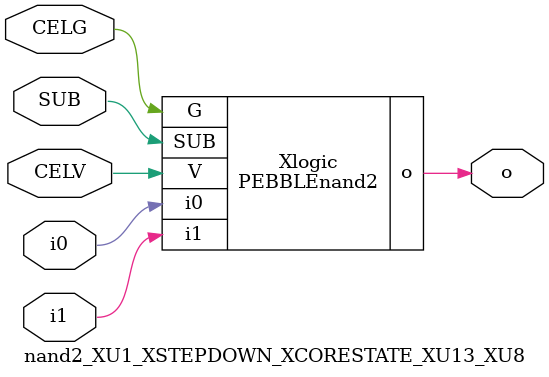
<source format=v>



module PEBBLEnand2 ( o, G, SUB, V, i0, i1 );

  input i0;
  input V;
  input i1;
  input G;
  output o;
  input SUB;
endmodule

//Celera Confidential Do Not Copy nand2_XU1_XSTEPDOWN_XCORESTATE_XU13_XU8
//Celera Confidential Symbol Generator
//5V NAND2
module nand2_XU1_XSTEPDOWN_XCORESTATE_XU13_XU8 (CELV,CELG,i0,i1,o,SUB);
input CELV;
input CELG;
input i0;
input i1;
input SUB;
output o;

//Celera Confidential Do Not Copy nand2
PEBBLEnand2 Xlogic(
.V (CELV),
.i0 (i0),
.i1 (i1),
.o (o),
.SUB (SUB),
.G (CELG)
);
//,diesize,PEBBLEnand2

//Celera Confidential Do Not Copy Module End
//Celera Schematic Generator
endmodule

</source>
